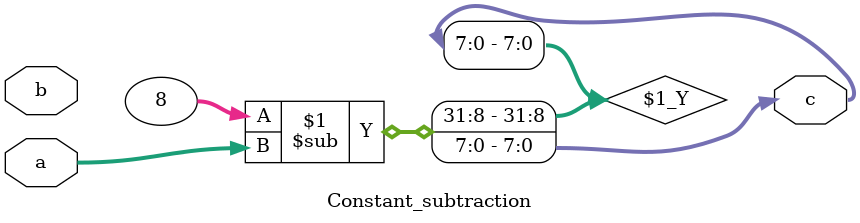
<source format=v>
`timescale 1ns / 1ps
module Constant_subtraction(
    input [7:0] a, input[7:0] b,
    output [7:0] c
    );
	
	assign c = 8-a;

endmodule

</source>
